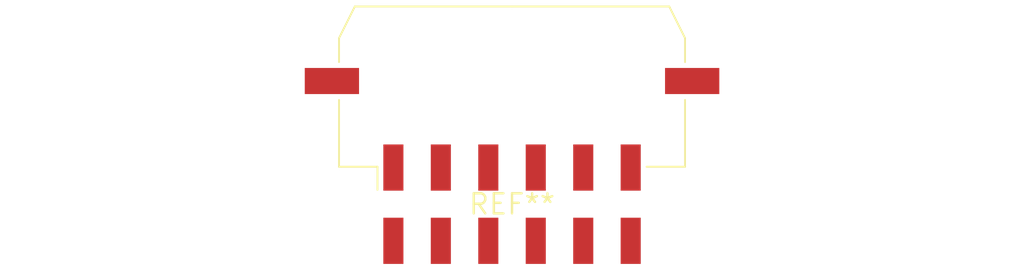
<source format=kicad_pcb>
(kicad_pcb (version 20240108) (generator pcbnew)
  (layers (0 "F.Cu" signal) (31 "B.Cu" signal) (34 "B.Paste" user) (35 "F.Paste" user) (36 "B.SilkS" user "B.Silkscreen") (37 "F.SilkS" user "F.Silkscreen") (38 "B.Mask" user) (39 "F.Mask" user) (44 "Edge.Cuts" user))
  (net 0 "")
  (footprint "Molex_Micro-Fit_3.0_43045-1210_2x06-1MP_P3.00mm_Horizontal" (layer "F.Cu") (at 0 0)
    (property "Reference" "REF**")
    (property "Value" "Molex_Micro-Fit_3.0_43045-1210_2x06-1MP_P3.00mm_Horizontal")
    (fp_line (start -10.935 -10.495) (end -10.935 -8.98) (layer "F.SilkS") (stroke (width 0.12)))
    (fp_line (start -10.935 -6.59) (end -10.935 -2.365) (layer "F.SilkS") (stroke (width 0.12)))
    (fp_line (start -10.935 -2.365) (end -8.505 -2.365) (layer "F.SilkS") (stroke (width 0.12)))
    (fp_line (start -9.935 -12.495) (end -10.935 -10.495) (layer "F.SilkS") (stroke (width 0.12)))
    (fp_line (start -8.505 -2.365) (end -8.505 -0.905) (layer "F.SilkS") (stroke (width 0.12)))
    (fp_line (start 0 -12.495) (end -9.935 -12.495) (layer "F.SilkS") (stroke (width 0.12)))
    (fp_line (start 0 -12.495) (end 9.935 -12.495) (layer "F.SilkS") (stroke (width 0.12)))
    (fp_line (start 9.935 -12.495) (end 10.935 -10.495) (layer "F.SilkS") (stroke (width 0.12)))
    (fp_line (start 10.935 -10.495) (end 10.935 -8.98) (layer "F.SilkS") (stroke (width 0.12)))
    (fp_line (start 10.935 -6.59) (end 10.935 -2.365) (layer "F.SilkS") (stroke (width 0.12)))
    (fp_line (start 10.935 -2.365) (end 8.505 -2.365) (layer "F.SilkS") (stroke (width 0.12)))
    (pad "1" smd rect (at -7.5 -2.315) (size 1.27 2.92) (layers "F.Cu" "F.Paste" "F.Mask"))
    (pad "2" smd rect (at -4.5 -2.315) (size 1.27 2.92) (layers "F.Cu" "F.Paste" "F.Mask"))
    (pad "3" smd rect (at -1.5 -2.315) (size 1.27 2.92) (layers "F.Cu" "F.Paste" "F.Mask"))
    (pad "4" smd rect (at 1.5 -2.315) (size 1.27 2.92) (layers "F.Cu" "F.Paste" "F.Mask"))
    (pad "5" smd rect (at 4.5 -2.315) (size 1.27 2.92) (layers "F.Cu" "F.Paste" "F.Mask"))
    (pad "6" smd rect (at 7.5 -2.315) (size 1.27 2.92) (layers "F.Cu" "F.Paste" "F.Mask"))
    (pad "7" smd rect (at -7.5 2.315) (size 1.27 2.92) (layers "F.Cu" "F.Paste" "F.Mask"))
    (pad "8" smd rect (at -4.5 2.315) (size 1.27 2.92) (layers "F.Cu" "F.Paste" "F.Mask"))
    (pad "9" smd rect (at -1.5 2.315) (size 1.27 2.92) (layers "F.Cu" "F.Paste" "F.Mask"))
    (pad "10" smd rect (at 1.5 2.315) (size 1.27 2.92) (layers "F.Cu" "F.Paste" "F.Mask"))
    (pad "11" smd rect (at 4.5 2.315) (size 1.27 2.92) (layers "F.Cu" "F.Paste" "F.Mask"))
    (pad "12" smd rect (at 7.5 2.315) (size 1.27 2.92) (layers "F.Cu" "F.Paste" "F.Mask"))
    (pad "MP" smd rect (at -11.385 -7.785) (size 3.43 1.65) (layers "F.Cu" "F.Paste" "F.Mask"))
    (pad "MP" smd rect (at 11.385 -7.785) (size 3.43 1.65) (layers "F.Cu" "F.Paste" "F.Mask"))
  )
)
</source>
